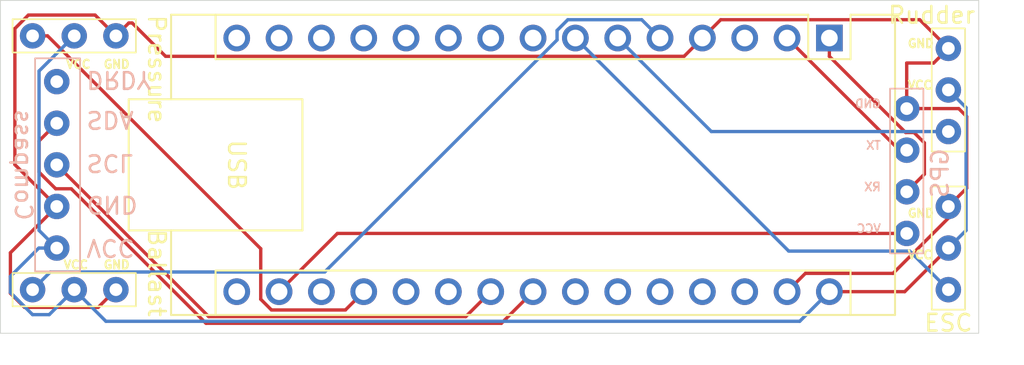
<source format=kicad_pcb>
(kicad_pcb (version 20221018) (generator pcbnew)
  (layers (0 "F.Cu" signal) (31 "B.Cu" signal) (34 "B.Paste" user) (35 "F.Paste" user) (36 "B.SilkS" user "B.Silkscreen") (37 "F.SilkS" user "F.Silkscreen") (38 "B.Mask" user) (39 "F.Mask" user) (44 "Edge.Cuts" user))
  (net 0 "")
  (net 2 "GND")
  (net 3 "Net-(A1-D2)")
  (net 4 "Net-(A1-D3)")
  (net 5 "Net-(A1-D4)")
  (net 15 "Net-(A1-A0)")
  (net 17 "Net-(A1-A3)")
  (net 18 "Net-(A1-A4)")
  (net 22 "+5V")
  (net 24 "Net-(A1-D1{slash}TX)")
  (net 25 "Net-(A1-D0{slash}RX)")
  (net 26 "Net-(A1-3V3)")
  (net 28 "Net-(A1-A1)")
  (footprint "custom:ESC" (layer "F.Cu") (at 90.3 41 90)
    (fp_text reference "ESC" (at -4.5 -4.3 unlocked) (layer "F.SilkS"))
    (fp_text value "~" hide)
    (fp_text user "GND" (at 1.8 -6.8 unlocked) (layer "F.SilkS") (effects (font (size 0.5 0.5) (thickness 0.125)) (justify left bottom)))
    (fp_text user "VCC" (at -0.7 -6.8 unlocked) (layer "F.SilkS") (effects (font (size 0.5 0.5) (thickness 0.125)) (justify left bottom)))
    (fp_rect (start -3.7 -5.3) (end 3.7 -3.3) (stroke (width 0.1)) (fill none) (layer "F.SilkS"))
    (pad "1" thru_hole circle (at -2.5 -4.3 90) (size 1.524 1.524) (drill 0.762) (layers "*.Cu" "*.Mask") (net 5 "Net-(A1-D4)"))
    (pad "2" thru_hole circle (at 0 -4.3 90) (size 1.524 1.524) (drill 0.762) (layers "*.Cu" "*.Mask") (net 22 "+5V"))
    (pad "3" thru_hole circle (at 2.5 -4.3 90) (size 1.524 1.524) (drill 0.762) (layers "*.Cu" "*.Mask") (net 2 "GND"))
  )
  (footprint "Module:Arduino_Nano" (layer "F.Cu") (at 78.86 28.38 -90)
    (fp_text reference "A1" hide)
    (fp_text value "Arduino Nano")
    (fp_text user "USB" (at 7.62 35.56 -90 unlocked) (layer "F.SilkS"))
    (fp_line (start -1.4 -3.94) (end -1.4 -1.27) (stroke (width 0.12)) (layer "F.SilkS"))
    (fp_line (start -1.4 1.27) (end -1.4 39.5) (stroke (width 0.12)) (layer "F.SilkS"))
    (fp_line (start -1.4 39.5) (end 3.68 39.5) (stroke (width 0.12)) (layer "F.SilkS"))
    (fp_line (start 1.27 -1.27) (end -1.4 -1.27) (stroke (width 0.12)) (layer "F.SilkS"))
    (fp_line (start 1.27 1.27) (end -1.4 1.27) (stroke (width 0.12)) (layer "F.SilkS"))
    (fp_line (start 1.27 1.27) (end 1.27 -1.27) (stroke (width 0.12)) (layer "F.SilkS"))
    (fp_line (start 1.27 1.27) (end 1.27 36.83) (stroke (width 0.12)) (layer "F.SilkS"))
    (fp_line (start 1.27 36.83) (end -1.4 36.83) (stroke (width 0.12)) (layer "F.SilkS"))
    (fp_line (start 3.68 31.62) (end 11.56 31.62) (stroke (width 0.12)) (layer "F.SilkS"))
    (fp_line (start 3.68 42.04) (end 3.68 31.62) (stroke (width 0.12)) (layer "F.SilkS"))
    (fp_line (start 11.56 31.62) (end 11.56 42.04) (stroke (width 0.12)) (layer "F.SilkS"))
    (fp_line (start 11.56 42.04) (end 3.68 42.04) (stroke (width 0.12)) (layer "F.SilkS"))
    (fp_line (start 13.97 -1.27) (end 13.97 36.83) (stroke (width 0.12)) (layer "F.SilkS"))
    (fp_line (start 13.97 -1.27) (end 16.64 -1.27) (stroke (width 0.12)) (layer "F.SilkS"))
    (fp_line (start 13.97 36.83) (end 16.64 36.83) (stroke (width 0.12)) (layer "F.SilkS"))
    (fp_line (start 16.64 -3.94) (end -1.4 -3.94) (stroke (width 0.12)) (layer "F.SilkS"))
    (fp_line (start 16.64 39.5) (end 11.56 39.5) (stroke (width 0.12)) (layer "F.SilkS"))
    (fp_line (start 16.64 39.5) (end 16.64 -3.94) (stroke (width 0.12)) (layer "F.SilkS"))
    (pad "1" thru_hole rect (at 0 0 270) (size 1.6 1.6) (drill 1) (layers "*.Cu" "*.Mask") (net 24 "Net-(A1-D1{slash}TX)"))
    (pad "2" thru_hole oval (at 0 2.54 270) (size 1.6 1.6) (drill 1) (layers "*.Cu" "*.Mask") (net 25 "Net-(A1-D0{slash}RX)"))
    (pad "3" thru_hole oval (at 0 5.08 270) (size 1.6 1.6) (drill 1) (layers "*.Cu" "*.Mask"))
    (pad "4" thru_hole oval (at 0 7.62 270) (size 1.6 1.6) (drill 1) (layers "*.Cu" "*.Mask") (net 2 "GND"))
    (pad "5" thru_hole oval (at 0 10.16 270) (size 1.6 1.6) (drill 1) (layers "*.Cu" "*.Mask") (net 3 "Net-(A1-D2)"))
    (pad "6" thru_hole oval (at 0 12.7 270) (size 1.6 1.6) (drill 1) (layers "*.Cu" "*.Mask") (net 4 "Net-(A1-D3)"))
    (pad "7" thru_hole oval (at 0 15.24 270) (size 1.6 1.6) (drill 1) (layers "*.Cu" "*.Mask") (net 5 "Net-(A1-D4)"))
    (pad "8" thru_hole oval (at 0 17.78 270) (size 1.6 1.6) (drill 1) (layers "*.Cu" "*.Mask"))
    (pad "9" thru_hole oval (at 0 20.32 270) (size 1.6 1.6) (drill 1) (layers "*.Cu" "*.Mask"))
    (pad "10" thru_hole oval (at 0 22.86 270) (size 1.6 1.6) (drill 1) (layers "*.Cu" "*.Mask"))
    (pad "11" thru_hole oval (at 0 25.4 270) (size 1.6 1.6) (drill 1) (layers "*.Cu" "*.Mask"))
    (pad "12" thru_hole oval (at 0 27.94 270) (size 1.6 1.6) (drill 1) (layers "*.Cu" "*.Mask"))
    (pad "13" thru_hole oval (at 0 30.48 270) (size 1.6 1.6) (drill 1) (layers "*.Cu" "*.Mask"))
    (pad "14" thru_hole oval (at 0 33.02 270) (size 1.6 1.6) (drill 1) (layers "*.Cu" "*.Mask"))
    (pad "15" thru_hole oval (at 0 35.56 270) (size 1.6 1.6) (drill 1) (layers "*.Cu" "*.Mask"))
    (pad "16" thru_hole oval (at 15.24 35.56 270) (size 1.6 1.6) (drill 1) (layers "*.Cu" "*.Mask"))
    (pad "17" thru_hole oval (at 15.24 33.02 270) (size 1.6 1.6) (drill 1) (layers "*.Cu" "*.Mask") (net 26 "Net-(A1-3V3)"))
    (pad "18" thru_hole oval (at 15.24 30.48 270) (size 1.6 1.6) (drill 1) (layers "*.Cu" "*.Mask"))
    (pad "19" thru_hole oval (at 15.24 27.94 270) (size 1.6 1.6) (drill 1) (layers "*.Cu" "*.Mask") (net 15 "Net-(A1-A0)"))
    (pad "20" thru_hole oval (at 15.24 25.4 270) (size 1.6 1.6) (drill 1) (layers "*.Cu" "*.Mask") (net 28 "Net-(A1-A1)"))
    (pad "21" thru_hole oval (at 15.24 22.86 270) (size 1.6 1.6) (drill 1) (layers "*.Cu" "*.Mask"))
    (pad "22" thru_hole oval (at 15.24 20.32 270) (size 1.6 1.6) (drill 1) (layers "*.Cu" "*.Mask") (net 17 "Net-(A1-A3)"))
    (pad "23" thru_hole oval (at 15.24 17.78 270) (size 1.6 1.6) (drill 1) (layers "*.Cu" "*.Mask") (net 18 "Net-(A1-A4)"))
    (pad "24" thru_hole oval (at 15.24 15.24 270) (size 1.6 1.6) (drill 1) (layers "*.Cu" "*.Mask"))
    (pad "25" thru_hole oval (at 15.24 12.7 270) (size 1.6 1.6) (drill 1) (layers "*.Cu" "*.Mask"))
    (pad "26" thru_hole oval (at 15.24 10.16 270) (size 1.6 1.6) (drill 1) (layers "*.Cu" "*.Mask"))
    (pad "27" thru_hole oval (at 15.24 7.62 270) (size 1.6 1.6) (drill 1) (layers "*.Cu" "*.Mask"))
    (pad "28" thru_hole oval (at 15.24 5.08 270) (size 1.6 1.6) (drill 1) (layers "*.Cu" "*.Mask"))
    (pad "29" thru_hole oval (at 15.24 2.54 270) (size 1.6 1.6) (drill 1) (layers "*.Cu" "*.Mask") (net 2 "GND"))
    (pad "30" thru_hole oval (at 15.24 0 270) (size 1.6 1.6) (drill 1) (layers "*.Cu" "*.Mask") (net 22 "+5V"))
  )
  (footprint "custom:ESC" (layer "F.Cu") (at 33.55 47.8)
    (fp_text reference "Ballast" (at 4.95 -5.3 -90 unlocked) (layer "F.SilkS"))
    (fp_text value "Ballast" hide)
    (fp_text user "VCC" (at -0.7 -5.5 unlocked) (layer "F.SilkS") (effects (font (size 0.5 0.5) (thickness 0.125)) (justify left bottom)))
    (fp_text user "GND" (at 1.7 -5.5 unlocked) (layer "F.SilkS") (effects (font (size 0.5 0.5) (thickness 0.125)) (justify left bottom)))
    (fp_rect (start -3.7 -5.3) (end 3.7 -3.3) (stroke (width 0.1)) (fill none) (layer "F.SilkS"))
    (pad "1" thru_hole circle (at -2.5 -4.3) (size 1.524 1.524) (drill 0.762) (layers "*.Cu" "*.Mask") (net 3 "Net-(A1-D2)"))
    (pad "2" thru_hole circle (at 0 -4.3) (size 1.524 1.524) (drill 0.762) (layers "*.Cu" "*.Mask") (net 22 "+5V"))
    (pad "3" thru_hole circle (at 2.5 -4.3) (size 1.524 1.524) (drill 0.762) (layers "*.Cu" "*.Mask") (net 2 "GND"))
  )
  (footprint "custom:ESC" (layer "F.Cu") (at 33.55 32.55)
    (fp_text reference "Pressure" (at 4.95 -2.3 -90 unlocked) (layer "F.SilkS"))
    (fp_text value "~" hide)
    (fp_text user "GND" (at 1.7 -2.3 unlocked) (layer "F.SilkS") (effects (font (size 0.5 0.5) (thickness 0.125)) (justify left bottom)))
    (fp_text user "VCC" (at -0.55 -2.3 unlocked) (layer "F.SilkS") (effects (font (size 0.5 0.5) (thickness 0.125)) (justify left bottom)))
    (fp_rect (start -3.7 -5.3) (end 3.7 -3.3) (stroke (width 0.1)) (fill none) (layer "F.SilkS"))
    (pad "1" thru_hole circle (at -2.5 -4.3) (size 1.524 1.524) (drill 0.762) (layers "*.Cu" "*.Mask") (net 15 "Net-(A1-A0)"))
    (pad "2" thru_hole circle (at 0 -4.3) (size 1.524 1.524) (drill 0.762) (layers "*.Cu" "*.Mask") (net 22 "+5V"))
    (pad "3" thru_hole circle (at 2.5 -4.3) (size 1.524 1.524) (drill 0.762) (layers "*.Cu" "*.Mask") (net 2 "GND"))
  )
  (footprint "custom:ESC" (layer "F.Cu") (at 90.3 31.5 90)
    (fp_text reference "Rudder" (at 4.5 -5.3 unlocked) (layer "F.SilkS"))
    (fp_text value "Rudder" hide)
    (fp_text user "GND" (at 2.5 -6.8 unlocked) (layer "F.SilkS") (effects (font (size 0.5 0.5) (thickness 0.125)) (justify left bottom)))
    (fp_text user "VCC" (at 0 -6.8 unlocked) (layer "F.SilkS") (effects (font (size 0.5 0.5) (thickness 0.125)) (justify left bottom)))
    (fp_rect (start -3.7 -5.3) (end 3.7 -3.3) (stroke (width 0.1)) (fill none) (layer "F.SilkS"))
    (pad "1" thru_hole circle (at -2.5 -4.3 90) (size 1.524 1.524) (drill 0.762) (layers "*.Cu" "*.Mask") (net 4 "Net-(A1-D3)"))
    (pad "2" thru_hole circle (at 0 -4.3 90) (size 1.524 1.524) (drill 0.762) (layers "*.Cu" "*.Mask") (net 22 "+5V"))
    (pad "3" thru_hole circle (at 2.5 -4.3 90) (size 1.524 1.524) (drill 0.762) (layers "*.Cu" "*.Mask") (net 2 "GND"))
  )
  (footprint "custom:GPS" (layer "B.Cu") (at 87.5 35.12 -90)
    (fp_text reference "GPS" (at 1.38 2 90 unlocked) (layer "B.SilkS") (effects (justify mirror)))
    (fp_text value "~" hide)
    (fp_text user "RX" (at 2.5 5.5 unlocked) (layer "B.SilkS") (effects (font (size 0.5 0.5) (thickness 0.1)) (justify left bottom mirror)))
    (fp_text user "TX" (at 0 5.5 unlocked) (layer "B.SilkS") (effects (font (size 0.5 0.5) (thickness 0.1)) (justify left bottom mirror)))
    (fp_text user "VCC" (at 5 5.5 unlocked) (layer "B.SilkS") (effects (font (size 0.5 0.5) (thickness 0.1)) (justify left bottom mirror)))
    (fp_text user "GND" (at -2.5 5.5 unlocked) (layer "B.SilkS") (effects (font (size 0.5 0.5) (thickness 0.1)) (justify left bottom mirror)))
    (fp_rect (start -3.7 5) (end 6.2 3) (stroke (width 0.1)) (fill none) (layer "B.SilkS"))
    (pad "1" thru_hole circle (at -2.5 4 270) (size 1.524 1.524) (drill 0.762) (layers "*.Cu" "*.Mask") (net 2 "GND"))
    (pad "2" thru_hole circle (at 0 4 270) (size 1.524 1.524) (drill 0.762) (layers "*.Cu" "*.Mask") (net 25 "Net-(A1-D0{slash}RX)"))
    (pad "3" thru_hole circle (at 2.5 4 270) (size 1.524 1.524) (drill 0.762) (layers "*.Cu" "*.Mask") (net 24 "Net-(A1-D1{slash}TX)"))
    (pad "4" thru_hole circle (at 5 4 270) (size 1.524 1.524) (drill 0.762) (layers "*.Cu" "*.Mask") (net 26 "Net-(A1-3V3)"))
  )
  (footprint "custom:compass" (layer "B.Cu") (at 29.4 36 90)
    (fp_text reference "Compass" (at 0 1.1 270 unlocked) (layer "B.SilkS") (effects (justify mirror)))
    (fp_text value "~" hide)
    (fp_text user "SCL" (at 0.7 4.8 180 unlocked) (layer "B.SilkS") (effects (justify left bottom mirror)))
    (fp_text user "SDA" (at 3.3 4.8 180 unlocked) (layer "B.SilkS") (effects (justify left bottom mirror)))
    (fp_text user "GND" (at -1.8 4.8 180 unlocked) (layer "B.SilkS") (effects (justify left bottom mirror)))
    (fp_text user "VCC" (at -4.4 4.8 180 unlocked) (layer "B.SilkS") (effects (justify left bottom mirror)))
    (fp_text user "DRDY" (at 5.7 4.8 180 unlocked) (layer "B.SilkS") (effects (justify left bottom mirror)))
    (fp_rect (start -6.4 4.5) (end 6.4 1.8) (stroke (width 0.1)) (fill none) (layer "B.SilkS"))
    (pad "1" thru_hole circle (at -5 3.1 90) (size 1.524 1.524) (drill 0.762) (layers "*.Cu" "*.Mask") (net 22 "+5V"))
    (pad "2" thru_hole circle (at -2.5 3.1 90) (size 1.524 1.524) (drill 0.762) (layers "*.Cu" "*.Mask") (net 2 "GND"))
    (pad "3" thru_hole circle (at 0 3.1 90) (size 1.524 1.524) (drill 0.762) (layers "*.Cu" "*.Mask") (net 17 "Net-(A1-A3)"))
    (pad "4" thru_hole circle (at 2.5 3.1 90) (size 1.524 1.524) (drill 0.762) (layers "*.Cu" "*.Mask") (net 18 "Net-(A1-A4)"))
    (pad "5" thru_hole circle (at 5 3.1 90) (size 1.524 1.524) (drill 0.762) (layers "*.Cu" "*.Mask"))
  )
  (gr_rect (start 29.12 26.12) (end 87.82 46.12) (stroke (width 0.05)) (fill none) (layer "Edge.Cuts"))
  (segment (start 87.1 37.4) (end 87.1 33.1) (width 0.2) (layer "F.Cu") (net 2))
  (segment (start 70.14 29.48) (end 71.24 28.38) (width 0.2) (layer "F.Cu") (net 2))
  (segment (start 29.72 43.72) (end 29.72 41.28) (width 0.2) (layer "F.Cu") (net 2))
  (segment (start 30.798105 27) (end 29.988 27.810105) (width 0.2) (layer "F.Cu") (net 2))
  (segment (start 36.825 27.475) (end 37.025 27.475) (width 0.2) (layer "F.Cu") (net 2))
  (segment (start 36.05 28.25) (end 36.825 27.475) (width 0.2) (layer "F.Cu") (net 2))
  (segment (start 71.24 28.38) (end 72.34 27.28) (width 0.2) (layer "F.Cu") (net 2))
  (segment (start 84.28 27.28) (end 86 29) (width 0.2) (layer "F.Cu") (net 2))
  (segment (start 36.05 28.25) (end 34.8 27) (width 0.2) (layer "F.Cu") (net 2))
  (segment (start 36.05 43.5) (end 34.988 44.562) (width 0.2) (layer "F.Cu") (net 2))
  (segment (start 29.988 35.988) (end 32.5 38.5) (width 0.2) (layer "F.Cu") (net 2))
  (segment (start 83.5 32.62) (end 83.5 29.881999) (width 0.2) (layer "F.Cu") (net 2))
  (segment (start 86 38.5) (end 87.1 37.4) (width 0.2) (layer "F.Cu") (net 2))
  (segment (start 82.68 42.52) (end 86 39.2) (width 0.2) (layer "F.Cu") (net 2))
  (segment (start 34.8 27) (end 30.798105 27) (width 0.2) (layer "F.Cu") (net 2))
  (segment (start 76.32 43.62) (end 77.42 42.52) (width 0.2) (layer "F.Cu") (net 2))
  (segment (start 77.42 42.52) (end 82.68 42.52) (width 0.2) (layer "F.Cu") (net 2))
  (segment (start 34.988 44.562) (end 30.562 44.562) (width 0.2) (layer "F.Cu") (net 2))
  (segment (start 86 39.2) (end 86 38.5) (width 0.2) (layer "F.Cu") (net 2))
  (segment (start 30.562 44.562) (end 29.72 43.72) (width 0.2) (layer "F.Cu") (net 2))
  (segment (start 86 29) (end 85.118001 29.881999) (width 0.2) (layer "F.Cu") (net 2))
  (segment (start 37.025 27.475) (end 39.03 29.48) (width 0.2) (layer "F.Cu") (net 2))
  (segment (start 29.72 41.28) (end 32.5 38.5) (width 0.2) (layer "F.Cu") (net 2))
  (segment (start 86.62 32.62) (end 83.5 32.62) (width 0.2) (layer "F.Cu") (net 2))
  (segment (start 29.988 27.810105) (end 29.988 35.988) (width 0.2) (layer "F.Cu") (net 2))
  (segment (start 87.1 33.1) (end 86.62 32.62) (width 0.2) (layer "F.Cu") (net 2))
  (segment (start 85.118001 29.881999) (end 83.5 29.881999) (width 0.2) (layer "F.Cu") (net 2))
  (segment (start 39.03 29.48) (end 70.14 29.48) (width 0.2) (layer "F.Cu") (net 2))
  (segment (start 72.34 27.28) (end 84.28 27.28) (width 0.2) (layer "F.Cu") (net 2))
  (segment (start 63.164365 27.28) (end 67.6 27.28) (width 0.2) (layer "B.Cu") (net 3))
  (segment (start 48.577635 42.438) (end 62.52 28.495635) (width 0.2) (layer "B.Cu") (net 3))
  (segment (start 62.52 27.924365) (end 63.164365 27.28) (width 0.2) (layer "B.Cu") (net 3))
  (segment (start 31.05 43.5) (end 32.112 42.438) (width 0.2) (layer "B.Cu") (net 3))
  (segment (start 67.6 27.28) (end 68.7 28.38) (width 0.2) (layer "B.Cu") (net 3))
  (segment (start 32.112 42.438) (end 48.577635 42.438) (width 0.2) (layer "B.Cu") (net 3))
  (segment (start 62.52 28.495635) (end 62.52 27.924365) (width 0.2) (layer "B.Cu") (net 3))
  (segment (start 71.78 34) (end 86 34) (width 0.2) (layer "B.Cu") (net 4))
  (segment (start 66.16 28.38) (end 71.78 34) (width 0.2) (layer "B.Cu") (net 4))
  (segment (start 63.62 28.38) (end 76.422 41.182) (width 0.2) (layer "B.Cu") (net 5))
  (segment (start 76.422 41.182) (end 83.682 41.182) (width 0.2) (layer "B.Cu") (net 5))
  (segment (start 83.682 41.182) (end 86 43.5) (width 0.2) (layer "B.Cu") (net 5))
  (segment (start 31.95 28.25) (end 44.74 41.04) (width 0.2) (layer "F.Cu") (net 15))
  (segment (start 45.384365 44.72) (end 49.82 44.72) (width 0.2) (layer "F.Cu") (net 15))
  (segment (start 31.05 28.25) (end 31.95 28.25) (width 0.2) (layer "F.Cu") (net 15))
  (segment (start 44.74 44.075635) (end 45.384365 44.72) (width 0.2) (layer "F.Cu") (net 15))
  (segment (start 49.82 44.72) (end 50.92 43.62) (width 0.2) (layer "F.Cu") (net 15))
  (segment (start 44.74 41.04) (end 44.74 44.075635) (width 0.2) (layer "F.Cu") (net 15))
  (segment (start 58.54 43.62) (end 57.04 45.12) (width 0.2) (layer "F.Cu") (net 17))
  (segment (start 41.62 45.12) (end 32.5 36) (width 0.2) (layer "F.Cu") (net 17))
  (segment (start 57.04 45.12) (end 41.62 45.12) (width 0.2) (layer "F.Cu") (net 17))
  (segment (start 61.08 43.62) (end 59.18 45.52) (width 0.2) (layer "F.Cu") (net 18))
  (segment (start 41.454314 45.52) (end 33.372314 37.438) (width 0.2) (layer "F.Cu") (net 18))
  (segment (start 33.372314 37.438) (end 32.436105 37.438) (width 0.2) (layer "F.Cu") (net 18))
  (segment (start 59.18 45.52) (end 41.454314 45.52) (width 0.2) (layer "F.Cu") (net 18))
  (segment (start 32.436105 37.438) (end 31.438 36.439895) (width 0.2) (layer "F.Cu") (net 18))
  (segment (start 31.438 36.439895) (end 31.438 34.562) (width 0.2) (layer "F.Cu") (net 18))
  (segment (start 31.438 34.562) (end 32.5 33.5) (width 0.2) (layer "F.Cu") (net 18))
  (segment (start 83.38 43.62) (end 78.86 43.62) (width 0.2) (layer "F.Cu") (net 22))
  (segment (start 86 41) (end 83.38 43.62) (width 0.2) (layer "F.Cu") (net 22))
  (segment (start 32.05 45) (end 33.55 43.5) (width 0.2) (layer "B.Cu") (net 22))
  (segment (start 31.438 30.362) (end 31.438 39.938) (width 0.2) (layer "B.Cu") (net 22))
  (segment (start 77.08 45.4) (end 78.86 43.62) (width 0.2) (layer "B.Cu") (net 22))
  (segment (start 31.438 39.938) (end 32.5 41) (width 0.2) (layer "B.Cu") (net 22))
  (segment (start 35.45 45.4) (end 77.08 45.4) (width 0.2) (layer "B.Cu") (net 22))
  (segment (start 87.062 32.562) (end 87.062 39.938) (width 0.2) (layer "B.Cu") (net 22))
  (segment (start 87.062 39.938) (end 86 41) (width 0.2) (layer "B.Cu") (net 22))
  (segment (start 86 31.5) (end 87.062 32.562) (width 0.2) (layer "B.Cu") (net 22))
  (segment (start 29.72 43.671895) (end 31.048105 45) (width 0.2) (layer "B.Cu") (net 22))
  (segment (start 33.55 43.5) (end 35.45 45.4) (width 0.2) (layer "B.Cu") (net 22))
  (segment (start 31.048105 45) (end 32.05 45) (width 0.2) (layer "B.Cu") (net 22))
  (segment (start 32.5 41) (end 31.42237 41) (width 0.2) (layer "B.Cu") (net 22))
  (segment (start 33.55 28.25) (end 31.438 30.362) (width 0.2) (layer "B.Cu") (net 22))
  (segment (start 31.42237 41) (end 29.72 42.70237) (width 0.2) (layer "B.Cu") (net 22))
  (segment (start 29.72 42.70237) (end 29.72 43.671895) (width 0.2) (layer "B.Cu") (net 22))
  (segment (start 84.562 34.680105) (end 84.562 36.558) (width 0.2) (layer "F.Cu") (net 24))
  (segment (start 84.562 36.558) (end 83.5 37.62) (width 0.2) (layer "F.Cu") (net 24))
  (segment (start 83.436105 34.058) (end 83.939895 34.058) (width 0.2) (layer "F.Cu") (net 24))
  (segment (start 83.939895 34.058) (end 84.562 34.680105) (width 0.2) (layer "F.Cu") (net 24))
  (segment (start 78.86 29.481895) (end 83.436105 34.058) (width 0.2) (layer "F.Cu") (net 24))
  (segment (start 78.86 28.38) (end 78.86 29.481895) (width 0.2) (layer "F.Cu") (net 24))
  (segment (start 76.32 28.38) (end 83.06 35.12) (width 0.2) (layer "F.Cu") (net 25))
  (segment (start 83.5 40.12) (end 49.34 40.12) (width 0.2) (layer "F.Cu") (net 26))
  (segment (start 49.34 40.12) (end 45.84 43.62) (width 0.2) (layer "F.Cu") (net 26))
)
</source>
